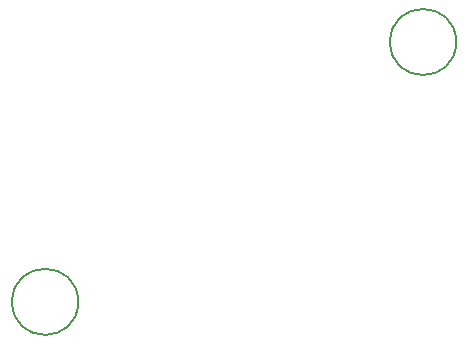
<source format=gbr>
%TF.GenerationSoftware,KiCad,Pcbnew,8.0.7*%
%TF.CreationDate,2025-10-25T23:35:46+02:00*%
%TF.ProjectId,VOCaware,564f4361-7761-4726-952e-6b696361645f,v1.0*%
%TF.SameCoordinates,Original*%
%TF.FileFunction,Other,Comment*%
%FSLAX46Y46*%
G04 Gerber Fmt 4.6, Leading zero omitted, Abs format (unit mm)*
G04 Created by KiCad (PCBNEW 8.0.7) date 2025-10-25 23:35:46*
%MOMM*%
%LPD*%
G01*
G04 APERTURE LIST*
%ADD10C,0.150000*%
G04 APERTURE END LIST*
D10*
%TO.C,H2*%
X130030000Y-50230000D02*
G75*
G02*
X124430000Y-50230000I-2800000J0D01*
G01*
X124430000Y-50230000D02*
G75*
G02*
X130030000Y-50230000I2800000J0D01*
G01*
%TO.C,H1*%
X98030000Y-72230000D02*
G75*
G02*
X92430000Y-72230000I-2800000J0D01*
G01*
X92430000Y-72230000D02*
G75*
G02*
X98030000Y-72230000I2800000J0D01*
G01*
%TD*%
M02*

</source>
